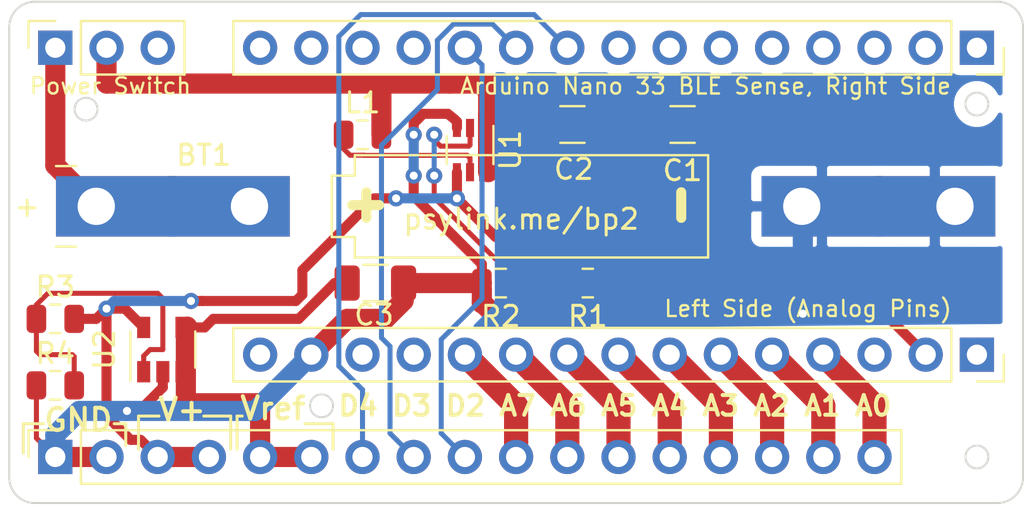
<source format=kicad_pcb>
(kicad_pcb (version 20171130) (host pcbnew 5.1.5+dfsg1-2build2)

  (general
    (thickness 1.6)
    (drawings 35)
    (tracks 187)
    (zones 0)
    (modules 15)
    (nets 37)
  )

  (page A4)
  (layers
    (0 F.Cu signal)
    (31 B.Cu signal)
    (32 B.Adhes user)
    (33 F.Adhes user)
    (34 B.Paste user)
    (35 F.Paste user)
    (36 B.SilkS user)
    (37 F.SilkS user)
    (38 B.Mask user)
    (39 F.Mask user)
    (40 Dwgs.User user)
    (41 Cmts.User user)
    (42 Eco1.User user)
    (43 Eco2.User user)
    (44 Edge.Cuts user)
    (45 Margin user)
    (46 B.CrtYd user)
    (47 F.CrtYd user)
    (48 B.Fab user)
    (49 F.Fab user)
  )

  (setup
    (last_trace_width 0.5)
    (user_trace_width 0.5)
    (user_trace_width 0.8)
    (user_trace_width 1)
    (trace_clearance 0.2)
    (zone_clearance 0.508)
    (zone_45_only no)
    (trace_min 0.2)
    (via_size 0.8)
    (via_drill 0.4)
    (via_min_size 0.4)
    (via_min_drill 0.3)
    (uvia_size 0.3)
    (uvia_drill 0.1)
    (uvias_allowed no)
    (uvia_min_size 0.2)
    (uvia_min_drill 0.1)
    (edge_width 0.1)
    (segment_width 0.2)
    (pcb_text_width 0.3)
    (pcb_text_size 1.5 1.5)
    (mod_edge_width 0.15)
    (mod_text_size 1 1)
    (mod_text_width 0.15)
    (pad_size 1 1)
    (pad_drill 1)
    (pad_to_mask_clearance 0)
    (aux_axis_origin 0 0)
    (visible_elements FFFFEF7F)
    (pcbplotparams
      (layerselection 0x010fc_ffffffff)
      (usegerberextensions false)
      (usegerberattributes false)
      (usegerberadvancedattributes false)
      (creategerberjobfile false)
      (excludeedgelayer true)
      (linewidth 0.100000)
      (plotframeref false)
      (viasonmask false)
      (mode 1)
      (useauxorigin false)
      (hpglpennumber 1)
      (hpglpenspeed 20)
      (hpglpendiameter 15.000000)
      (psnegative false)
      (psa4output false)
      (plotreference true)
      (plotvalue true)
      (plotinvisibletext false)
      (padsonsilk false)
      (subtractmaskfromsilk true)
      (outputformat 1)
      (mirror false)
      (drillshape 0)
      (scaleselection 1)
      (outputdirectory "orders/2021-06-04-0335/"))
  )

  (net 0 "")
  (net 1 /GND)
  (net 2 "Net-(BT1-Pad1)")
  (net 3 "Net-(C1-Pad2)")
  (net 4 /V+)
  (net 5 /Vref)
  (net 6 "Net-(J1-Pad1)")
  (net 7 "Net-(J1-Pad3)")
  (net 8 /A0)
  (net 9 /A1)
  (net 10 /A2)
  (net 11 /A3)
  (net 12 /A4)
  (net 13 /A5)
  (net 14 /A6)
  (net 15 /A7)
  (net 16 "Net-(J1-Pad12)")
  (net 17 "Net-(J1-Pad13)")
  (net 18 "Net-(J1-Pad15)")
  (net 19 "Net-(J2-Pad15)")
  (net 20 "Net-(J2-Pad14)")
  (net 21 "Net-(J2-Pad13)")
  (net 22 "Net-(J2-Pad12)")
  (net 23 /D2)
  (net 24 /D3)
  (net 25 /D4)
  (net 26 /D5)
  (net 27 /D6)
  (net 28 "Net-(J2-Pad6)")
  (net 29 "Net-(J2-Pad5)")
  (net 30 "Net-(J2-Pad4)")
  (net 31 "Net-(J2-Pad3)")
  (net 32 "Net-(J2-Pad2)")
  (net 33 "Net-(J2-Pad1)")
  (net 34 "Net-(L1-Pad2)")
  (net 35 "Net-(R1-Pad2)")
  (net 36 "Net-(R3-Pad2)")

  (net_class Default "This is the default net class."
    (clearance 0.2)
    (trace_width 0.25)
    (via_dia 0.8)
    (via_drill 0.4)
    (uvia_dia 0.3)
    (uvia_drill 0.1)
    (add_net /A0)
    (add_net /A1)
    (add_net /A2)
    (add_net /A3)
    (add_net /A4)
    (add_net /A5)
    (add_net /A6)
    (add_net /A7)
    (add_net /D2)
    (add_net /D3)
    (add_net /D4)
    (add_net /D5)
    (add_net /D6)
    (add_net /GND)
    (add_net /V+)
    (add_net /Vref)
    (add_net "Net-(BT1-Pad1)")
    (add_net "Net-(C1-Pad2)")
    (add_net "Net-(J1-Pad1)")
    (add_net "Net-(J1-Pad12)")
    (add_net "Net-(J1-Pad13)")
    (add_net "Net-(J1-Pad15)")
    (add_net "Net-(J1-Pad3)")
    (add_net "Net-(J2-Pad1)")
    (add_net "Net-(J2-Pad12)")
    (add_net "Net-(J2-Pad13)")
    (add_net "Net-(J2-Pad14)")
    (add_net "Net-(J2-Pad15)")
    (add_net "Net-(J2-Pad2)")
    (add_net "Net-(J2-Pad3)")
    (add_net "Net-(J2-Pad4)")
    (add_net "Net-(J2-Pad5)")
    (add_net "Net-(J2-Pad6)")
    (add_net "Net-(L1-Pad2)")
    (add_net "Net-(R1-Pad2)")
    (add_net "Net-(R3-Pad2)")
  )

  (module PsyLinkFootprints:BatteryHolder_Keystone_82_1xAAA (layer F.Cu) (tedit 60B956F1) (tstamp 60BA5F48)
    (at 27.432 33.274)
    (descr "1xAAA Battery Holder, Keystone, Two snap-in clips, https://eu.mouser.com/ProductDetail/Keystone-Electronics/82")
    (tags "AAA battery holder Keystone")
    (path /60BF138E)
    (fp_text reference BT1 (at 5.334 -2.54 180) (layer F.SilkS)
      (effects (font (size 1 1) (thickness 0.15)))
    )
    (fp_text value 1.2V (at 20.955 0) (layer F.Fab)
      (effects (font (size 0.9 0.9) (thickness 0.15)))
    )
    (fp_line (start 12.827 1.524) (end 12.827 2.54) (layer F.SilkS) (width 0.12))
    (fp_line (start 12.827 -1.524) (end 12.827 -2.54) (layer F.SilkS) (width 0.12))
    (fp_line (start 11.684 -1.524) (end 12.827 -1.524) (layer F.SilkS) (width 0.12))
    (fp_line (start 11.684 1.524) (end 12.827 1.524) (layer F.SilkS) (width 0.12))
    (fp_line (start 11.684 -1.524) (end 11.684 1.524) (layer F.SilkS) (width 0.12))
    (fp_line (start 30.353 -2.54) (end 12.827 -2.54) (layer F.SilkS) (width 0.12))
    (fp_line (start 30.353 2.54) (end 30.353 -2.54) (layer F.SilkS) (width 0.12))
    (fp_line (start 12.827 2.54) (end 30.353 2.54) (layer F.SilkS) (width 0.12))
    (fp_line (start 45.2 -3.8) (end 45.2 3.8) (layer B.CrtYd) (width 0.05))
    (fp_line (start 32.4 -3.8) (end 32.4 3.8) (layer B.CrtYd) (width 0.05))
    (fp_line (start 10.2 -3.8) (end 10.2 3.8) (layer B.CrtYd) (width 0.05))
    (fp_line (start -2.6 -3.8) (end -2.6 3.8) (layer B.CrtYd) (width 0.05))
    (fp_text user + (at -3.429 0) (layer F.SilkS)
      (effects (font (size 1 1) (thickness 0.15)))
    )
    (fp_text user %R (at 7.62 0) (layer F.Fab)
      (effects (font (size 1 1) (thickness 0.15)))
    )
    (fp_line (start -2 -2) (end -1 -2) (layer F.SilkS) (width 0.12))
    (fp_line (start -1 2) (end -2 2) (layer F.SilkS) (width 0.12))
    (fp_line (start -2.6 -3.8) (end 45.2 -3.8) (layer B.CrtYd) (width 0.05))
    (fp_text user %R (at 7.62 0) (layer F.Fab)
      (effects (font (size 1 1) (thickness 0.15)))
    )
    (fp_line (start -2.6 3.8) (end 45.2 3.8) (layer B.CrtYd) (width 0.05))
    (pad 1 thru_hole rect (at 0 0) (size 6 3) (drill 1.85 (offset 1 0)) (layers *.Cu *.Mask)
      (net 2 "Net-(BT1-Pad1)"))
    (pad 2 thru_hole rect (at 42.6 0) (size 6 3) (drill 1.85 (offset -1 0)) (layers *.Cu *.Mask)
      (net 1 /GND))
    (pad 1 thru_hole rect (at 7.6 0) (size 6 3) (drill 1.85 (offset -1 0)) (layers *.Cu *.Mask)
      (net 2 "Net-(BT1-Pad1)"))
    (pad 2 thru_hole rect (at 35 0) (size 6 3) (drill 1.85 (offset 1 0)) (layers *.Cu *.Mask)
      (net 1 /GND))
  )

  (module Connector_PinSocket_2.54mm:PinSocket_1x15_P2.54mm_Vertical (layer F.Cu) (tedit 5A19A41D) (tstamp 60B9831B)
    (at 71.12 25.4 270)
    (descr "Through hole straight socket strip, 1x15, 2.54mm pitch, single row (from Kicad 4.0.7), script generated")
    (tags "Through hole socket strip THT 1x15 2.54mm single row")
    (path /60C041A0)
    (fp_text reference J2 (at 0 -2.77 90) (layer F.SilkS) hide
      (effects (font (size 1 1) (thickness 0.15)))
    )
    (fp_text value "Arduino Right Pin Strip" (at -1.524 17.8435 180) (layer F.Fab)
      (effects (font (size 1 1) (thickness 0.15)))
    )
    (fp_text user %R (at 0 17.78) (layer F.Fab)
      (effects (font (size 1 1) (thickness 0.15)))
    )
    (fp_line (start -1.8 37.3) (end -1.8 -1.8) (layer F.CrtYd) (width 0.05))
    (fp_line (start 1.75 37.3) (end -1.8 37.3) (layer F.CrtYd) (width 0.05))
    (fp_line (start 1.75 -1.8) (end 1.75 37.3) (layer F.CrtYd) (width 0.05))
    (fp_line (start -1.8 -1.8) (end 1.75 -1.8) (layer F.CrtYd) (width 0.05))
    (fp_line (start 0 -1.33) (end 1.33 -1.33) (layer F.SilkS) (width 0.12))
    (fp_line (start 1.33 -1.33) (end 1.33 0) (layer F.SilkS) (width 0.12))
    (fp_line (start 1.33 1.27) (end 1.33 36.89) (layer F.SilkS) (width 0.12))
    (fp_line (start -1.33 36.89) (end 1.33 36.89) (layer F.SilkS) (width 0.12))
    (fp_line (start -1.33 1.27) (end -1.33 36.89) (layer F.SilkS) (width 0.12))
    (fp_line (start -1.33 1.27) (end 1.33 1.27) (layer F.SilkS) (width 0.12))
    (fp_line (start -1.27 36.83) (end -1.27 -1.27) (layer F.Fab) (width 0.1))
    (fp_line (start 1.27 36.83) (end -1.27 36.83) (layer F.Fab) (width 0.1))
    (fp_line (start 1.27 -0.635) (end 1.27 36.83) (layer F.Fab) (width 0.1))
    (fp_line (start 0.635 -1.27) (end 1.27 -0.635) (layer F.Fab) (width 0.1))
    (fp_line (start -1.27 -1.27) (end 0.635 -1.27) (layer F.Fab) (width 0.1))
    (pad 15 thru_hole oval (at 0 35.56 270) (size 1.7 1.7) (drill 1) (layers *.Cu *.Mask)
      (net 19 "Net-(J2-Pad15)"))
    (pad 14 thru_hole oval (at 0 33.02 270) (size 1.7 1.7) (drill 1) (layers *.Cu *.Mask)
      (net 20 "Net-(J2-Pad14)"))
    (pad 13 thru_hole oval (at 0 30.48 270) (size 1.7 1.7) (drill 1) (layers *.Cu *.Mask)
      (net 21 "Net-(J2-Pad13)"))
    (pad 12 thru_hole oval (at 0 27.94 270) (size 1.7 1.7) (drill 1) (layers *.Cu *.Mask)
      (net 22 "Net-(J2-Pad12)"))
    (pad 11 thru_hole oval (at 0 25.4 270) (size 1.7 1.7) (drill 1) (layers *.Cu *.Mask)
      (net 23 /D2))
    (pad 10 thru_hole oval (at 0 22.86 270) (size 1.7 1.7) (drill 1) (layers *.Cu *.Mask)
      (net 24 /D3))
    (pad 9 thru_hole oval (at 0 20.32 270) (size 1.7 1.7) (drill 1) (layers *.Cu *.Mask)
      (net 25 /D4))
    (pad 8 thru_hole oval (at 0 17.78 270) (size 1.7 1.7) (drill 1) (layers *.Cu *.Mask)
      (net 26 /D5))
    (pad 7 thru_hole oval (at 0 15.24 270) (size 1.7 1.7) (drill 1) (layers *.Cu *.Mask)
      (net 27 /D6))
    (pad 6 thru_hole oval (at 0 12.7 270) (size 1.7 1.7) (drill 1) (layers *.Cu *.Mask)
      (net 28 "Net-(J2-Pad6)"))
    (pad 5 thru_hole oval (at 0 10.16 270) (size 1.7 1.7) (drill 1) (layers *.Cu *.Mask)
      (net 29 "Net-(J2-Pad5)"))
    (pad 4 thru_hole oval (at 0 7.62 270) (size 1.7 1.7) (drill 1) (layers *.Cu *.Mask)
      (net 30 "Net-(J2-Pad4)"))
    (pad 3 thru_hole oval (at 0 5.08 270) (size 1.7 1.7) (drill 1) (layers *.Cu *.Mask)
      (net 31 "Net-(J2-Pad3)"))
    (pad 2 thru_hole oval (at 0 2.54 270) (size 1.7 1.7) (drill 1) (layers *.Cu *.Mask)
      (net 32 "Net-(J2-Pad2)"))
    (pad 1 thru_hole rect (at 0 0 270) (size 1.7 1.7) (drill 1) (layers *.Cu *.Mask)
      (net 33 "Net-(J2-Pad1)"))
    (model ${KISYS3DMOD}/Connector_PinSocket_2.54mm.3dshapes/PinSocket_1x15_P2.54mm_Vertical.wrl
      (at (xyz 0 0 0))
      (scale (xyz 1 1 1))
      (rotate (xyz 0 0 0))
    )
  )

  (module Capacitor_SMD:C_1206_3216Metric (layer F.Cu) (tedit 5B301BBE) (tstamp 60B97629)
    (at 56.518 29.21)
    (descr "Capacitor SMD 1206 (3216 Metric), square (rectangular) end terminal, IPC_7351 nominal, (Body size source: http://www.tortai-tech.com/upload/download/2011102023233369053.pdf), generated with kicad-footprint-generator")
    (tags capacitor)
    (path /60CBE5F6)
    (attr smd)
    (fp_text reference C1 (at -0.003 2.286) (layer F.SilkS)
      (effects (font (size 1 1) (thickness 0.15)))
    )
    (fp_text value 10uF (at 0 1.82) (layer F.Fab)
      (effects (font (size 1 1) (thickness 0.15)))
    )
    (fp_text user %R (at 0 0) (layer F.Fab)
      (effects (font (size 0.8 0.8) (thickness 0.12)))
    )
    (fp_line (start 2.28 1.12) (end -2.28 1.12) (layer F.CrtYd) (width 0.05))
    (fp_line (start 2.28 -1.12) (end 2.28 1.12) (layer F.CrtYd) (width 0.05))
    (fp_line (start -2.28 -1.12) (end 2.28 -1.12) (layer F.CrtYd) (width 0.05))
    (fp_line (start -2.28 1.12) (end -2.28 -1.12) (layer F.CrtYd) (width 0.05))
    (fp_line (start -0.602064 0.91) (end 0.602064 0.91) (layer F.SilkS) (width 0.12))
    (fp_line (start -0.602064 -0.91) (end 0.602064 -0.91) (layer F.SilkS) (width 0.12))
    (fp_line (start 1.6 0.8) (end -1.6 0.8) (layer F.Fab) (width 0.1))
    (fp_line (start 1.6 -0.8) (end 1.6 0.8) (layer F.Fab) (width 0.1))
    (fp_line (start -1.6 -0.8) (end 1.6 -0.8) (layer F.Fab) (width 0.1))
    (fp_line (start -1.6 0.8) (end -1.6 -0.8) (layer F.Fab) (width 0.1))
    (pad 2 smd roundrect (at 1.4 0) (size 1.25 1.75) (layers F.Cu F.Paste F.Mask) (roundrect_rratio 0.2)
      (net 3 "Net-(C1-Pad2)"))
    (pad 1 smd roundrect (at -1.4 0) (size 1.25 1.75) (layers F.Cu F.Paste F.Mask) (roundrect_rratio 0.2)
      (net 1 /GND))
    (model ${KISYS3DMOD}/Capacitor_SMD.3dshapes/C_1206_3216Metric.wrl
      (at (xyz 0 0 0))
      (scale (xyz 1 1 1))
      (rotate (xyz 0 0 0))
    )
  )

  (module Capacitor_SMD:C_1206_3216Metric (layer F.Cu) (tedit 5B301BBE) (tstamp 60B95F5E)
    (at 51.054 29.21)
    (descr "Capacitor SMD 1206 (3216 Metric), square (rectangular) end terminal, IPC_7351 nominal, (Body size source: http://www.tortai-tech.com/upload/download/2011102023233369053.pdf), generated with kicad-footprint-generator")
    (tags capacitor)
    (path /60CBD3AB)
    (attr smd)
    (fp_text reference C2 (at 0.0635 2.2225) (layer F.SilkS)
      (effects (font (size 1 1) (thickness 0.15)))
    )
    (fp_text value 10uF (at 0 1.82) (layer F.Fab)
      (effects (font (size 1 1) (thickness 0.15)))
    )
    (fp_line (start -1.6 0.8) (end -1.6 -0.8) (layer F.Fab) (width 0.1))
    (fp_line (start -1.6 -0.8) (end 1.6 -0.8) (layer F.Fab) (width 0.1))
    (fp_line (start 1.6 -0.8) (end 1.6 0.8) (layer F.Fab) (width 0.1))
    (fp_line (start 1.6 0.8) (end -1.6 0.8) (layer F.Fab) (width 0.1))
    (fp_line (start -0.602064 -0.91) (end 0.602064 -0.91) (layer F.SilkS) (width 0.12))
    (fp_line (start -0.602064 0.91) (end 0.602064 0.91) (layer F.SilkS) (width 0.12))
    (fp_line (start -2.28 1.12) (end -2.28 -1.12) (layer F.CrtYd) (width 0.05))
    (fp_line (start -2.28 -1.12) (end 2.28 -1.12) (layer F.CrtYd) (width 0.05))
    (fp_line (start 2.28 -1.12) (end 2.28 1.12) (layer F.CrtYd) (width 0.05))
    (fp_line (start 2.28 1.12) (end -2.28 1.12) (layer F.CrtYd) (width 0.05))
    (fp_text user %R (at 0 0) (layer F.Fab)
      (effects (font (size 0.8 0.8) (thickness 0.12)))
    )
    (pad 1 smd roundrect (at -1.4 0) (size 1.25 1.75) (layers F.Cu F.Paste F.Mask) (roundrect_rratio 0.2)
      (net 4 /V+))
    (pad 2 smd roundrect (at 1.4 0) (size 1.25 1.75) (layers F.Cu F.Paste F.Mask) (roundrect_rratio 0.2)
      (net 1 /GND))
    (model ${KISYS3DMOD}/Capacitor_SMD.3dshapes/C_1206_3216Metric.wrl
      (at (xyz 0 0 0))
      (scale (xyz 1 1 1))
      (rotate (xyz 0 0 0))
    )
  )

  (module Capacitor_SMD:C_1206_3216Metric (layer F.Cu) (tedit 5B301BBE) (tstamp 60BA6B21)
    (at 41.278 37.084)
    (descr "Capacitor SMD 1206 (3216 Metric), square (rectangular) end terminal, IPC_7351 nominal, (Body size source: http://www.tortai-tech.com/upload/download/2011102023233369053.pdf), generated with kicad-footprint-generator")
    (tags capacitor)
    (path /60BC536C)
    (attr smd)
    (fp_text reference C3 (at -0.0665 1.5875) (layer F.SilkS)
      (effects (font (size 1 1) (thickness 0.15)))
    )
    (fp_text value 10uF (at 0 1.82) (layer F.Fab)
      (effects (font (size 1 1) (thickness 0.15)))
    )
    (fp_line (start -1.6 0.8) (end -1.6 -0.8) (layer F.Fab) (width 0.1))
    (fp_line (start -1.6 -0.8) (end 1.6 -0.8) (layer F.Fab) (width 0.1))
    (fp_line (start 1.6 -0.8) (end 1.6 0.8) (layer F.Fab) (width 0.1))
    (fp_line (start 1.6 0.8) (end -1.6 0.8) (layer F.Fab) (width 0.1))
    (fp_line (start -0.602064 -0.91) (end 0.602064 -0.91) (layer F.SilkS) (width 0.12))
    (fp_line (start -0.602064 0.91) (end 0.602064 0.91) (layer F.SilkS) (width 0.12))
    (fp_line (start -2.28 1.12) (end -2.28 -1.12) (layer F.CrtYd) (width 0.05))
    (fp_line (start -2.28 -1.12) (end 2.28 -1.12) (layer F.CrtYd) (width 0.05))
    (fp_line (start 2.28 -1.12) (end 2.28 1.12) (layer F.CrtYd) (width 0.05))
    (fp_line (start 2.28 1.12) (end -2.28 1.12) (layer F.CrtYd) (width 0.05))
    (fp_text user %R (at 0 0) (layer F.Fab)
      (effects (font (size 0.8 0.8) (thickness 0.12)))
    )
    (pad 1 smd roundrect (at -1.4 0) (size 1.25 1.75) (layers F.Cu F.Paste F.Mask) (roundrect_rratio 0.2)
      (net 5 /Vref))
    (pad 2 smd roundrect (at 1.4 0) (size 1.25 1.75) (layers F.Cu F.Paste F.Mask) (roundrect_rratio 0.2)
      (net 1 /GND))
    (model ${KISYS3DMOD}/Capacitor_SMD.3dshapes/C_1206_3216Metric.wrl
      (at (xyz 0 0 0))
      (scale (xyz 1 1 1))
      (rotate (xyz 0 0 0))
    )
  )

  (module Connector_PinSocket_2.54mm:PinSocket_1x15_P2.54mm_Vertical (layer F.Cu) (tedit 5A19A41D) (tstamp 60B9843E)
    (at 71.12 40.64 270)
    (descr "Through hole straight socket strip, 1x15, 2.54mm pitch, single row (from Kicad 4.0.7), script generated")
    (tags "Through hole socket strip THT 1x15 2.54mm single row")
    (path /60BC79E1)
    (fp_text reference J1 (at 0 -2.77 90) (layer F.SilkS) hide
      (effects (font (size 1 1) (thickness 0.15)))
    )
    (fp_text value "Arduino Left Pin Strip" (at 0 38.33 90) (layer F.Fab)
      (effects (font (size 1 1) (thickness 0.15)))
    )
    (fp_line (start -1.27 -1.27) (end 0.635 -1.27) (layer F.Fab) (width 0.1))
    (fp_line (start 0.635 -1.27) (end 1.27 -0.635) (layer F.Fab) (width 0.1))
    (fp_line (start 1.27 -0.635) (end 1.27 36.83) (layer F.Fab) (width 0.1))
    (fp_line (start 1.27 36.83) (end -1.27 36.83) (layer F.Fab) (width 0.1))
    (fp_line (start -1.27 36.83) (end -1.27 -1.27) (layer F.Fab) (width 0.1))
    (fp_line (start -1.33 1.27) (end 1.33 1.27) (layer F.SilkS) (width 0.12))
    (fp_line (start -1.33 1.27) (end -1.33 36.89) (layer F.SilkS) (width 0.12))
    (fp_line (start -1.33 36.89) (end 1.33 36.89) (layer F.SilkS) (width 0.12))
    (fp_line (start 1.33 1.27) (end 1.33 36.89) (layer F.SilkS) (width 0.12))
    (fp_line (start 1.33 -1.33) (end 1.33 0) (layer F.SilkS) (width 0.12))
    (fp_line (start 0 -1.33) (end 1.33 -1.33) (layer F.SilkS) (width 0.12))
    (fp_line (start -1.8 -1.8) (end 1.75 -1.8) (layer F.CrtYd) (width 0.05))
    (fp_line (start 1.75 -1.8) (end 1.75 37.3) (layer F.CrtYd) (width 0.05))
    (fp_line (start 1.75 37.3) (end -1.8 37.3) (layer F.CrtYd) (width 0.05))
    (fp_line (start -1.8 37.3) (end -1.8 -1.8) (layer F.CrtYd) (width 0.05))
    (fp_text user %R (at 0 17.78) (layer F.Fab)
      (effects (font (size 1 1) (thickness 0.15)))
    )
    (pad 1 thru_hole rect (at 0 0 270) (size 1.7 1.7) (drill 1) (layers *.Cu *.Mask)
      (net 6 "Net-(J1-Pad1)"))
    (pad 2 thru_hole oval (at 0 2.54 270) (size 1.7 1.7) (drill 1) (layers *.Cu *.Mask)
      (net 4 /V+))
    (pad 3 thru_hole oval (at 0 5.08 270) (size 1.7 1.7) (drill 1) (layers *.Cu *.Mask)
      (net 7 "Net-(J1-Pad3)"))
    (pad 4 thru_hole oval (at 0 7.62 270) (size 1.7 1.7) (drill 1) (layers *.Cu *.Mask)
      (net 8 /A0))
    (pad 5 thru_hole oval (at 0 10.16 270) (size 1.7 1.7) (drill 1) (layers *.Cu *.Mask)
      (net 9 /A1))
    (pad 6 thru_hole oval (at 0 12.7 270) (size 1.7 1.7) (drill 1) (layers *.Cu *.Mask)
      (net 10 /A2))
    (pad 7 thru_hole oval (at 0 15.24 270) (size 1.7 1.7) (drill 1) (layers *.Cu *.Mask)
      (net 11 /A3))
    (pad 8 thru_hole oval (at 0 17.78 270) (size 1.7 1.7) (drill 1) (layers *.Cu *.Mask)
      (net 12 /A4))
    (pad 9 thru_hole oval (at 0 20.32 270) (size 1.7 1.7) (drill 1) (layers *.Cu *.Mask)
      (net 13 /A5))
    (pad 10 thru_hole oval (at 0 22.86 270) (size 1.7 1.7) (drill 1) (layers *.Cu *.Mask)
      (net 14 /A6))
    (pad 11 thru_hole oval (at 0 25.4 270) (size 1.7 1.7) (drill 1) (layers *.Cu *.Mask)
      (net 15 /A7))
    (pad 12 thru_hole oval (at 0 27.94 270) (size 1.7 1.7) (drill 1) (layers *.Cu *.Mask)
      (net 16 "Net-(J1-Pad12)"))
    (pad 13 thru_hole oval (at 0 30.48 270) (size 1.7 1.7) (drill 1) (layers *.Cu *.Mask)
      (net 17 "Net-(J1-Pad13)"))
    (pad 14 thru_hole oval (at 0 33.02 270) (size 1.7 1.7) (drill 1) (layers *.Cu *.Mask)
      (net 1 /GND))
    (pad 15 thru_hole oval (at 0 35.56 270) (size 1.7 1.7) (drill 1) (layers *.Cu *.Mask)
      (net 18 "Net-(J1-Pad15)"))
    (model ${KISYS3DMOD}/Connector_PinSocket_2.54mm.3dshapes/PinSocket_1x15_P2.54mm_Vertical.wrl
      (at (xyz 0 0 0))
      (scale (xyz 1 1 1))
      (rotate (xyz 0 0 0))
    )
  )

  (module Connector_PinSocket_2.54mm:PinSocket_1x17_P2.54mm_Vertical (layer F.Cu) (tedit 5A19A42B) (tstamp 60B983D4)
    (at 25.4 45.72 90)
    (descr "Through hole straight socket strip, 1x17, 2.54mm pitch, single row (from Kicad 4.0.7), script generated")
    (tags "Through hole socket strip THT 1x17 2.54mm single row")
    (path /60D14FD7)
    (fp_text reference J3 (at 0 -2.77 90) (layer F.SilkS) hide
      (effects (font (size 1 1) (thickness 0.15)))
    )
    (fp_text value "Output Pin Strip" (at -1.4605 19.2405 180) (layer F.Fab)
      (effects (font (size 1 1) (thickness 0.15)))
    )
    (fp_line (start -1.27 -1.27) (end 0.635 -1.27) (layer F.Fab) (width 0.1))
    (fp_line (start 0.635 -1.27) (end 1.27 -0.635) (layer F.Fab) (width 0.1))
    (fp_line (start 1.27 -0.635) (end 1.27 41.91) (layer F.Fab) (width 0.1))
    (fp_line (start 1.27 41.91) (end -1.27 41.91) (layer F.Fab) (width 0.1))
    (fp_line (start -1.27 41.91) (end -1.27 -1.27) (layer F.Fab) (width 0.1))
    (fp_line (start -1.33 1.27) (end 1.33 1.27) (layer F.SilkS) (width 0.12))
    (fp_line (start -1.33 1.27) (end -1.33 41.97) (layer F.SilkS) (width 0.12))
    (fp_line (start -1.33 41.97) (end 1.33 41.97) (layer F.SilkS) (width 0.12))
    (fp_line (start 1.33 1.27) (end 1.33 41.97) (layer F.SilkS) (width 0.12))
    (fp_line (start 1.33 -1.33) (end 1.33 0) (layer F.SilkS) (width 0.12))
    (fp_line (start 0 -1.33) (end 1.33 -1.33) (layer F.SilkS) (width 0.12))
    (fp_line (start -1.8 -1.8) (end 1.75 -1.8) (layer F.CrtYd) (width 0.05))
    (fp_line (start 1.75 -1.8) (end 1.75 42.4) (layer F.CrtYd) (width 0.05))
    (fp_line (start 1.75 42.4) (end -1.8 42.4) (layer F.CrtYd) (width 0.05))
    (fp_line (start -1.8 42.4) (end -1.8 -1.8) (layer F.CrtYd) (width 0.05))
    (fp_text user %R (at 0 20.32) (layer F.Fab)
      (effects (font (size 1 1) (thickness 0.15)))
    )
    (pad 1 thru_hole rect (at 0 0 90) (size 1.7 1.7) (drill 1) (layers *.Cu *.Mask)
      (net 1 /GND))
    (pad 2 thru_hole oval (at 0 2.54 90) (size 1.7 1.7) (drill 1) (layers *.Cu *.Mask)
      (net 1 /GND))
    (pad 3 thru_hole oval (at 0 5.08 90) (size 1.7 1.7) (drill 1) (layers *.Cu *.Mask)
      (net 4 /V+))
    (pad 4 thru_hole oval (at 0 7.62 90) (size 1.7 1.7) (drill 1) (layers *.Cu *.Mask)
      (net 4 /V+))
    (pad 5 thru_hole oval (at 0 10.16 90) (size 1.7 1.7) (drill 1) (layers *.Cu *.Mask)
      (net 5 /Vref))
    (pad 6 thru_hole oval (at 0 12.7 90) (size 1.7 1.7) (drill 1) (layers *.Cu *.Mask)
      (net 5 /Vref))
    (pad 7 thru_hole oval (at 0 15.24 90) (size 1.7 1.7) (drill 1) (layers *.Cu *.Mask)
      (net 25 /D4))
    (pad 8 thru_hole oval (at 0 17.78 90) (size 1.7 1.7) (drill 1) (layers *.Cu *.Mask)
      (net 24 /D3))
    (pad 9 thru_hole oval (at 0 20.32 90) (size 1.7 1.7) (drill 1) (layers *.Cu *.Mask)
      (net 23 /D2))
    (pad 10 thru_hole oval (at 0 22.86 90) (size 1.7 1.7) (drill 1) (layers *.Cu *.Mask)
      (net 15 /A7))
    (pad 11 thru_hole oval (at 0 25.4 90) (size 1.7 1.7) (drill 1) (layers *.Cu *.Mask)
      (net 14 /A6))
    (pad 12 thru_hole oval (at 0 27.94 90) (size 1.7 1.7) (drill 1) (layers *.Cu *.Mask)
      (net 13 /A5))
    (pad 13 thru_hole oval (at 0 30.48 90) (size 1.7 1.7) (drill 1) (layers *.Cu *.Mask)
      (net 12 /A4))
    (pad 14 thru_hole oval (at 0 33.02 90) (size 1.7 1.7) (drill 1) (layers *.Cu *.Mask)
      (net 11 /A3))
    (pad 15 thru_hole oval (at 0 35.56 90) (size 1.7 1.7) (drill 1) (layers *.Cu *.Mask)
      (net 10 /A2))
    (pad 16 thru_hole oval (at 0 38.1 90) (size 1.7 1.7) (drill 1) (layers *.Cu *.Mask)
      (net 9 /A1))
    (pad 17 thru_hole oval (at 0 40.64 90) (size 1.7 1.7) (drill 1) (layers *.Cu *.Mask)
      (net 8 /A0))
    (model ${KISYS3DMOD}/Connector_PinSocket_2.54mm.3dshapes/PinSocket_1x17_P2.54mm_Vertical.wrl
      (at (xyz 0 0 0))
      (scale (xyz 1 1 1))
      (rotate (xyz 0 0 0))
    )
  )

  (module Inductor_SMD:L_0805_2012Metric (layer F.Cu) (tedit 5B36C52B) (tstamp 60B95FEB)
    (at 40.64 29.718 180)
    (descr "Inductor SMD 0805 (2012 Metric), square (rectangular) end terminal, IPC_7351 nominal, (Body size source: https://docs.google.com/spreadsheets/d/1BsfQQcO9C6DZCsRaXUlFlo91Tg2WpOkGARC1WS5S8t0/edit?usp=sharing), generated with kicad-footprint-generator")
    (tags inductor)
    (path /60C00857)
    (attr smd)
    (fp_text reference L1 (at 0 1.5875) (layer F.SilkS)
      (effects (font (size 1 1) (thickness 0.15)))
    )
    (fp_text value 4.7uH (at 0 1.65) (layer F.Fab)
      (effects (font (size 1 1) (thickness 0.15)))
    )
    (fp_line (start -1 0.6) (end -1 -0.6) (layer F.Fab) (width 0.1))
    (fp_line (start -1 -0.6) (end 1 -0.6) (layer F.Fab) (width 0.1))
    (fp_line (start 1 -0.6) (end 1 0.6) (layer F.Fab) (width 0.1))
    (fp_line (start 1 0.6) (end -1 0.6) (layer F.Fab) (width 0.1))
    (fp_line (start -0.258578 -0.71) (end 0.258578 -0.71) (layer F.SilkS) (width 0.12))
    (fp_line (start -0.258578 0.71) (end 0.258578 0.71) (layer F.SilkS) (width 0.12))
    (fp_line (start -1.68 0.95) (end -1.68 -0.95) (layer F.CrtYd) (width 0.05))
    (fp_line (start -1.68 -0.95) (end 1.68 -0.95) (layer F.CrtYd) (width 0.05))
    (fp_line (start 1.68 -0.95) (end 1.68 0.95) (layer F.CrtYd) (width 0.05))
    (fp_line (start 1.68 0.95) (end -1.68 0.95) (layer F.CrtYd) (width 0.05))
    (fp_text user %R (at 0 0) (layer F.Fab)
      (effects (font (size 0.5 0.5) (thickness 0.08)))
    )
    (pad 1 smd roundrect (at -0.9375 0 180) (size 0.975 1.4) (layers F.Cu F.Paste F.Mask) (roundrect_rratio 0.25)
      (net 3 "Net-(C1-Pad2)"))
    (pad 2 smd roundrect (at 0.9375 0 180) (size 0.975 1.4) (layers F.Cu F.Paste F.Mask) (roundrect_rratio 0.25)
      (net 34 "Net-(L1-Pad2)"))
    (model ${KISYS3DMOD}/Inductor_SMD.3dshapes/L_0805_2012Metric.wrl
      (at (xyz 0 0 0))
      (scale (xyz 1 1 1))
      (rotate (xyz 0 0 0))
    )
  )

  (module Resistor_SMD:R_0805_2012Metric (layer F.Cu) (tedit 5B36C52B) (tstamp 60B95FFC)
    (at 51.816 37.084 180)
    (descr "Resistor SMD 0805 (2012 Metric), square (rectangular) end terminal, IPC_7351 nominal, (Body size source: https://docs.google.com/spreadsheets/d/1BsfQQcO9C6DZCsRaXUlFlo91Tg2WpOkGARC1WS5S8t0/edit?usp=sharing), generated with kicad-footprint-generator")
    (tags resistor)
    (path /60C054D1)
    (attr smd)
    (fp_text reference R1 (at 0 -1.65) (layer F.SilkS)
      (effects (font (size 1 1) (thickness 0.15)))
    )
    (fp_text value 1M/1% (at 0 1.65) (layer F.Fab)
      (effects (font (size 1 1) (thickness 0.15)))
    )
    (fp_line (start -1 0.6) (end -1 -0.6) (layer F.Fab) (width 0.1))
    (fp_line (start -1 -0.6) (end 1 -0.6) (layer F.Fab) (width 0.1))
    (fp_line (start 1 -0.6) (end 1 0.6) (layer F.Fab) (width 0.1))
    (fp_line (start 1 0.6) (end -1 0.6) (layer F.Fab) (width 0.1))
    (fp_line (start -0.258578 -0.71) (end 0.258578 -0.71) (layer F.SilkS) (width 0.12))
    (fp_line (start -0.258578 0.71) (end 0.258578 0.71) (layer F.SilkS) (width 0.12))
    (fp_line (start -1.68 0.95) (end -1.68 -0.95) (layer F.CrtYd) (width 0.05))
    (fp_line (start -1.68 -0.95) (end 1.68 -0.95) (layer F.CrtYd) (width 0.05))
    (fp_line (start 1.68 -0.95) (end 1.68 0.95) (layer F.CrtYd) (width 0.05))
    (fp_line (start 1.68 0.95) (end -1.68 0.95) (layer F.CrtYd) (width 0.05))
    (fp_text user %R (at 0 0) (layer F.Fab)
      (effects (font (size 0.5 0.5) (thickness 0.08)))
    )
    (pad 1 smd roundrect (at -0.9375 0 180) (size 0.975 1.4) (layers F.Cu F.Paste F.Mask) (roundrect_rratio 0.25)
      (net 4 /V+))
    (pad 2 smd roundrect (at 0.9375 0 180) (size 0.975 1.4) (layers F.Cu F.Paste F.Mask) (roundrect_rratio 0.25)
      (net 35 "Net-(R1-Pad2)"))
    (model ${KISYS3DMOD}/Resistor_SMD.3dshapes/R_0805_2012Metric.wrl
      (at (xyz 0 0 0))
      (scale (xyz 1 1 1))
      (rotate (xyz 0 0 0))
    )
  )

  (module Resistor_SMD:R_0805_2012Metric (layer F.Cu) (tedit 5B36C52B) (tstamp 60B9600D)
    (at 47.498 37.084 180)
    (descr "Resistor SMD 0805 (2012 Metric), square (rectangular) end terminal, IPC_7351 nominal, (Body size source: https://docs.google.com/spreadsheets/d/1BsfQQcO9C6DZCsRaXUlFlo91Tg2WpOkGARC1WS5S8t0/edit?usp=sharing), generated with kicad-footprint-generator")
    (tags resistor)
    (path /60C0938B)
    (attr smd)
    (fp_text reference R2 (at 0 -1.65) (layer F.SilkS)
      (effects (font (size 1 1) (thickness 0.15)))
    )
    (fp_text value 110K/1% (at 0 1.65) (layer F.Fab)
      (effects (font (size 1 1) (thickness 0.15)))
    )
    (fp_text user %R (at 0 0) (layer F.Fab)
      (effects (font (size 0.5 0.5) (thickness 0.08)))
    )
    (fp_line (start 1.68 0.95) (end -1.68 0.95) (layer F.CrtYd) (width 0.05))
    (fp_line (start 1.68 -0.95) (end 1.68 0.95) (layer F.CrtYd) (width 0.05))
    (fp_line (start -1.68 -0.95) (end 1.68 -0.95) (layer F.CrtYd) (width 0.05))
    (fp_line (start -1.68 0.95) (end -1.68 -0.95) (layer F.CrtYd) (width 0.05))
    (fp_line (start -0.258578 0.71) (end 0.258578 0.71) (layer F.SilkS) (width 0.12))
    (fp_line (start -0.258578 -0.71) (end 0.258578 -0.71) (layer F.SilkS) (width 0.12))
    (fp_line (start 1 0.6) (end -1 0.6) (layer F.Fab) (width 0.1))
    (fp_line (start 1 -0.6) (end 1 0.6) (layer F.Fab) (width 0.1))
    (fp_line (start -1 -0.6) (end 1 -0.6) (layer F.Fab) (width 0.1))
    (fp_line (start -1 0.6) (end -1 -0.6) (layer F.Fab) (width 0.1))
    (pad 2 smd roundrect (at 0.9375 0 180) (size 0.975 1.4) (layers F.Cu F.Paste F.Mask) (roundrect_rratio 0.25)
      (net 1 /GND))
    (pad 1 smd roundrect (at -0.9375 0 180) (size 0.975 1.4) (layers F.Cu F.Paste F.Mask) (roundrect_rratio 0.25)
      (net 35 "Net-(R1-Pad2)"))
    (model ${KISYS3DMOD}/Resistor_SMD.3dshapes/R_0805_2012Metric.wrl
      (at (xyz 0 0 0))
      (scale (xyz 1 1 1))
      (rotate (xyz 0 0 0))
    )
  )

  (module Resistor_SMD:R_0805_2012Metric (layer F.Cu) (tedit 5B36C52B) (tstamp 60B9601E)
    (at 25.4 38.862 180)
    (descr "Resistor SMD 0805 (2012 Metric), square (rectangular) end terminal, IPC_7351 nominal, (Body size source: https://docs.google.com/spreadsheets/d/1BsfQQcO9C6DZCsRaXUlFlo91Tg2WpOkGARC1WS5S8t0/edit?usp=sharing), generated with kicad-footprint-generator")
    (tags resistor)
    (path /60ABC39C)
    (attr smd)
    (fp_text reference R3 (at 0 1.5875) (layer F.SilkS)
      (effects (font (size 1 1) (thickness 0.15)))
    )
    (fp_text value 1M/1% (at 0 1.65) (layer F.Fab)
      (effects (font (size 1 1) (thickness 0.15)))
    )
    (fp_text user %R (at 0 0) (layer F.Fab)
      (effects (font (size 0.5 0.5) (thickness 0.08)))
    )
    (fp_line (start 1.68 0.95) (end -1.68 0.95) (layer F.CrtYd) (width 0.05))
    (fp_line (start 1.68 -0.95) (end 1.68 0.95) (layer F.CrtYd) (width 0.05))
    (fp_line (start -1.68 -0.95) (end 1.68 -0.95) (layer F.CrtYd) (width 0.05))
    (fp_line (start -1.68 0.95) (end -1.68 -0.95) (layer F.CrtYd) (width 0.05))
    (fp_line (start -0.258578 0.71) (end 0.258578 0.71) (layer F.SilkS) (width 0.12))
    (fp_line (start -0.258578 -0.71) (end 0.258578 -0.71) (layer F.SilkS) (width 0.12))
    (fp_line (start 1 0.6) (end -1 0.6) (layer F.Fab) (width 0.1))
    (fp_line (start 1 -0.6) (end 1 0.6) (layer F.Fab) (width 0.1))
    (fp_line (start -1 -0.6) (end 1 -0.6) (layer F.Fab) (width 0.1))
    (fp_line (start -1 0.6) (end -1 -0.6) (layer F.Fab) (width 0.1))
    (pad 2 smd roundrect (at 0.9375 0 180) (size 0.975 1.4) (layers F.Cu F.Paste F.Mask) (roundrect_rratio 0.25)
      (net 36 "Net-(R3-Pad2)"))
    (pad 1 smd roundrect (at -0.9375 0 180) (size 0.975 1.4) (layers F.Cu F.Paste F.Mask) (roundrect_rratio 0.25)
      (net 4 /V+))
    (model ${KISYS3DMOD}/Resistor_SMD.3dshapes/R_0805_2012Metric.wrl
      (at (xyz 0 0 0))
      (scale (xyz 1 1 1))
      (rotate (xyz 0 0 0))
    )
  )

  (module Resistor_SMD:R_0805_2012Metric (layer F.Cu) (tedit 5B36C52B) (tstamp 60B9602F)
    (at 25.4 42.164 180)
    (descr "Resistor SMD 0805 (2012 Metric), square (rectangular) end terminal, IPC_7351 nominal, (Body size source: https://docs.google.com/spreadsheets/d/1BsfQQcO9C6DZCsRaXUlFlo91Tg2WpOkGARC1WS5S8t0/edit?usp=sharing), generated with kicad-footprint-generator")
    (tags resistor)
    (path /60ABC396)
    (attr smd)
    (fp_text reference R4 (at 0 1.5875) (layer F.SilkS)
      (effects (font (size 1 1) (thickness 0.15)))
    )
    (fp_text value 1M/1% (at 0 1.65) (layer F.Fab)
      (effects (font (size 1 1) (thickness 0.15)))
    )
    (fp_line (start -1 0.6) (end -1 -0.6) (layer F.Fab) (width 0.1))
    (fp_line (start -1 -0.6) (end 1 -0.6) (layer F.Fab) (width 0.1))
    (fp_line (start 1 -0.6) (end 1 0.6) (layer F.Fab) (width 0.1))
    (fp_line (start 1 0.6) (end -1 0.6) (layer F.Fab) (width 0.1))
    (fp_line (start -0.258578 -0.71) (end 0.258578 -0.71) (layer F.SilkS) (width 0.12))
    (fp_line (start -0.258578 0.71) (end 0.258578 0.71) (layer F.SilkS) (width 0.12))
    (fp_line (start -1.68 0.95) (end -1.68 -0.95) (layer F.CrtYd) (width 0.05))
    (fp_line (start -1.68 -0.95) (end 1.68 -0.95) (layer F.CrtYd) (width 0.05))
    (fp_line (start 1.68 -0.95) (end 1.68 0.95) (layer F.CrtYd) (width 0.05))
    (fp_line (start 1.68 0.95) (end -1.68 0.95) (layer F.CrtYd) (width 0.05))
    (fp_text user %R (at 0 0) (layer F.Fab)
      (effects (font (size 0.5 0.5) (thickness 0.08)))
    )
    (pad 1 smd roundrect (at -0.9375 0 180) (size 0.975 1.4) (layers F.Cu F.Paste F.Mask) (roundrect_rratio 0.25)
      (net 36 "Net-(R3-Pad2)"))
    (pad 2 smd roundrect (at 0.9375 0 180) (size 0.975 1.4) (layers F.Cu F.Paste F.Mask) (roundrect_rratio 0.25)
      (net 1 /GND))
    (model ${KISYS3DMOD}/Resistor_SMD.3dshapes/R_0805_2012Metric.wrl
      (at (xyz 0 0 0))
      (scale (xyz 1 1 1))
      (rotate (xyz 0 0 0))
    )
  )

  (module Connector_PinSocket_2.54mm:PinSocket_1x03_P2.54mm_Vertical (layer F.Cu) (tedit 5A19A429) (tstamp 60BA1757)
    (at 25.4 25.4 90)
    (descr "Through hole straight socket strip, 1x03, 2.54mm pitch, single row (from Kicad 4.0.7), script generated")
    (tags "Through hole socket strip THT 1x03 2.54mm single row")
    (path /60BF481E)
    (fp_text reference SW1 (at -3.048 -0.762 180) (layer F.SilkS) hide
      (effects (font (size 1 1) (thickness 0.15)))
    )
    (fp_text value "Power Switch" (at 1.524 3.6195 180) (layer F.Fab)
      (effects (font (size 1 1) (thickness 0.15)))
    )
    (fp_line (start -1.27 -1.27) (end 0.635 -1.27) (layer F.Fab) (width 0.1))
    (fp_line (start 0.635 -1.27) (end 1.27 -0.635) (layer F.Fab) (width 0.1))
    (fp_line (start 1.27 -0.635) (end 1.27 6.35) (layer F.Fab) (width 0.1))
    (fp_line (start 1.27 6.35) (end -1.27 6.35) (layer F.Fab) (width 0.1))
    (fp_line (start -1.27 6.35) (end -1.27 -1.27) (layer F.Fab) (width 0.1))
    (fp_line (start -1.33 1.27) (end 1.33 1.27) (layer F.SilkS) (width 0.12))
    (fp_line (start -1.33 1.27) (end -1.33 6.41) (layer F.SilkS) (width 0.12))
    (fp_line (start -1.33 6.41) (end 1.33 6.41) (layer F.SilkS) (width 0.12))
    (fp_line (start 1.33 1.27) (end 1.33 6.41) (layer F.SilkS) (width 0.12))
    (fp_line (start 1.33 -1.33) (end 1.33 0) (layer F.SilkS) (width 0.12))
    (fp_line (start 0 -1.33) (end 1.33 -1.33) (layer F.SilkS) (width 0.12))
    (fp_line (start -1.8 -1.8) (end 1.75 -1.8) (layer F.CrtYd) (width 0.05))
    (fp_line (start 1.75 -1.8) (end 1.75 6.85) (layer F.CrtYd) (width 0.05))
    (fp_line (start 1.75 6.85) (end -1.8 6.85) (layer F.CrtYd) (width 0.05))
    (fp_line (start -1.8 6.85) (end -1.8 -1.8) (layer F.CrtYd) (width 0.05))
    (fp_text user %R (at -0.047001 4.955499) (layer F.Fab)
      (effects (font (size 1 1) (thickness 0.15)))
    )
    (pad 1 thru_hole rect (at 0 0 90) (size 1.7 1.7) (drill 1) (layers *.Cu *.Mask)
      (net 2 "Net-(BT1-Pad1)"))
    (pad 2 thru_hole oval (at 0 2.54 90) (size 1.7 1.7) (drill 1) (layers *.Cu *.Mask)
      (net 3 "Net-(C1-Pad2)"))
    (pad 3 thru_hole oval (at 0 5.08 90) (size 1.7 1.7) (drill 1) (layers *.Cu *.Mask))
    (model ${KISYS3DMOD}/Connector_PinSocket_2.54mm.3dshapes/PinSocket_1x03_P2.54mm_Vertical.wrl
      (at (xyz 0 0 0))
      (scale (xyz 1 1 1))
      (rotate (xyz 0 0 0))
    )
  )

  (module Package_TO_SOT_SMD:Texas_R-PDSO-G6 (layer F.Cu) (tedit 5A02FF57) (tstamp 60B9F701)
    (at 45.974 30.48 270)
    (descr "R-PDSO-G6, http://www.ti.com/lit/ds/slis144b/slis144b.pdf")
    (tags "R-PDSO-G6 SC-70-6")
    (path /60BEF8B9)
    (attr smd)
    (fp_text reference U1 (at 0 -2 90) (layer F.SilkS)
      (effects (font (size 1 1) (thickness 0.15)))
    )
    (fp_text value TPS61220DCK (at 0 2 90) (layer F.Fab)
      (effects (font (size 1 1) (thickness 0.15)))
    )
    (fp_text user %R (at 0 0) (layer F.Fab)
      (effects (font (size 0.5 0.5) (thickness 0.075)))
    )
    (fp_line (start 0.7 -1.16) (end -1.2 -1.16) (layer F.SilkS) (width 0.12))
    (fp_line (start -0.7 1.16) (end 0.7 1.16) (layer F.SilkS) (width 0.12))
    (fp_line (start 1.6 1.4) (end 1.6 -1.4) (layer F.CrtYd) (width 0.05))
    (fp_line (start -1.6 -1.4) (end -1.6 1.4) (layer F.CrtYd) (width 0.05))
    (fp_line (start -1.6 -1.4) (end 1.6 -1.4) (layer F.CrtYd) (width 0.05))
    (fp_line (start 0.675 -1.1) (end -0.175 -1.1) (layer F.Fab) (width 0.1))
    (fp_line (start -0.675 -0.6) (end -0.675 1.1) (layer F.Fab) (width 0.1))
    (fp_line (start -1.6 1.4) (end 1.6 1.4) (layer F.CrtYd) (width 0.05))
    (fp_line (start 0.675 -1.1) (end 0.675 1.1) (layer F.Fab) (width 0.1))
    (fp_line (start 0.675 1.1) (end -0.675 1.1) (layer F.Fab) (width 0.1))
    (fp_line (start -0.175 -1.1) (end -0.675 -0.6) (layer F.Fab) (width 0.1))
    (pad 1 smd rect (at -1.1 -0.65 270) (size 0.9 0.4) (layers F.Cu F.Paste F.Mask)
      (net 3 "Net-(C1-Pad2)"))
    (pad 3 smd rect (at -1.1 0.65 270) (size 0.9 0.4) (layers F.Cu F.Paste F.Mask)
      (net 1 /GND))
    (pad 5 smd rect (at 1.1 0 270) (size 0.9 0.4) (layers F.Cu F.Paste F.Mask)
      (net 34 "Net-(L1-Pad2)"))
    (pad 2 smd rect (at -1.1 0 270) (size 0.9 0.4) (layers F.Cu F.Paste F.Mask)
      (net 35 "Net-(R1-Pad2)"))
    (pad 4 smd rect (at 1.1 0.65 270) (size 0.9 0.4) (layers F.Cu F.Paste F.Mask)
      (net 4 /V+))
    (pad 6 smd rect (at 1.1 -0.65 270) (size 0.9 0.4) (layers F.Cu F.Paste F.Mask)
      (net 3 "Net-(C1-Pad2)"))
    (model ${KISYS3DMOD}/Package_TO_SOT_SMD.3dshapes/SOT-363_SC-70-6.wrl
      (at (xyz 0 0 0))
      (scale (xyz 1 1 1))
      (rotate (xyz 0 0 0))
    )
  )

  (module Package_TO_SOT_SMD:SOT-23-5 (layer F.Cu) (tedit 5A02FF57) (tstamp 60B99CD7)
    (at 30.734 40.386 90)
    (descr "5-pin SOT23 package")
    (tags SOT-23-5)
    (path /60DAB6F6)
    (attr smd)
    (fp_text reference U2 (at 0 -2.9 90) (layer F.SilkS)
      (effects (font (size 1 1) (thickness 0.15)))
    )
    (fp_text value LM321 (at 0 2.9 90) (layer F.Fab)
      (effects (font (size 1 1) (thickness 0.15)))
    )
    (fp_text user %R (at 0 0) (layer F.Fab)
      (effects (font (size 0.5 0.5) (thickness 0.075)))
    )
    (fp_line (start -0.9 1.61) (end 0.9 1.61) (layer F.SilkS) (width 0.12))
    (fp_line (start 0.9 -1.61) (end -1.55 -1.61) (layer F.SilkS) (width 0.12))
    (fp_line (start -1.9 -1.8) (end 1.9 -1.8) (layer F.CrtYd) (width 0.05))
    (fp_line (start 1.9 -1.8) (end 1.9 1.8) (layer F.CrtYd) (width 0.05))
    (fp_line (start 1.9 1.8) (end -1.9 1.8) (layer F.CrtYd) (width 0.05))
    (fp_line (start -1.9 1.8) (end -1.9 -1.8) (layer F.CrtYd) (width 0.05))
    (fp_line (start -0.9 -0.9) (end -0.25 -1.55) (layer F.Fab) (width 0.1))
    (fp_line (start 0.9 -1.55) (end -0.25 -1.55) (layer F.Fab) (width 0.1))
    (fp_line (start -0.9 -0.9) (end -0.9 1.55) (layer F.Fab) (width 0.1))
    (fp_line (start 0.9 1.55) (end -0.9 1.55) (layer F.Fab) (width 0.1))
    (fp_line (start 0.9 -1.55) (end 0.9 1.55) (layer F.Fab) (width 0.1))
    (pad 1 smd rect (at -1.1 -0.95 90) (size 1.06 0.65) (layers F.Cu F.Paste F.Mask)
      (net 36 "Net-(R3-Pad2)"))
    (pad 2 smd rect (at -1.1 0 90) (size 1.06 0.65) (layers F.Cu F.Paste F.Mask)
      (net 1 /GND))
    (pad 3 smd rect (at -1.1 0.95 90) (size 1.06 0.65) (layers F.Cu F.Paste F.Mask)
      (net 5 /Vref))
    (pad 4 smd rect (at 1.1 0.95 90) (size 1.06 0.65) (layers F.Cu F.Paste F.Mask)
      (net 5 /Vref))
    (pad 5 smd rect (at 1.1 -0.95 90) (size 1.06 0.65) (layers F.Cu F.Paste F.Mask)
      (net 4 /V+))
    (model ${KISYS3DMOD}/Package_TO_SOT_SMD.3dshapes/SOT-23-5.wrl
      (at (xyz 0 0 0))
      (scale (xyz 1 1 1))
      (rotate (xyz 0 0 0))
    )
  )

  (gr_text "Left Side (Analog Pins)" (at 62.738 38.354) (layer F.SilkS) (tstamp 60BA9B6A)
    (effects (font (size 0.8 0.8) (thickness 0.12)))
  )
  (gr_text "Arduino Nano 33 BLE Sense, Right Side" (at 57.658 27.305) (layer F.SilkS) (tstamp 60BA9698)
    (effects (font (size 0.8 0.8) (thickness 0.12)))
  )
  (gr_text "Power Switch" (at 28.1305 27.305) (layer F.SilkS)
    (effects (font (size 0.8 0.8) (thickness 0.12)))
  )
  (gr_text psylink.me/bp2 (at 48.514 33.909) (layer F.SilkS)
    (effects (font (size 1 1) (thickness 0.15)))
  )
  (gr_line (start 56.4515 32.5755) (end 56.4515 33.8455) (layer F.SilkS) (width 0.5) (tstamp 60BA8049))
  (gr_line (start 41.4655 33.2105) (end 40.132 33.2105) (layer F.SilkS) (width 0.5))
  (gr_line (start 40.8305 32.5755) (end 40.8305 33.8455) (layer F.SilkS) (width 0.5))
  (gr_line (start 39.1795 44.069) (end 39.1795 45.339) (layer F.SilkS) (width 0.15))
  (gr_line (start 37.7825 44.069) (end 39.1795 44.069) (layer F.SilkS) (width 0.15))
  (gr_line (start 34.417 43.688) (end 34.671 43.688) (layer F.SilkS) (width 0.15))
  (gr_line (start 34.417 43.688) (end 34.417 45.339) (layer F.SilkS) (width 0.15))
  (gr_line (start 34.0995 43.688) (end 34.0995 45.339) (layer F.SilkS) (width 0.15))
  (gr_line (start 32.766 43.688) (end 34.0995 43.688) (layer F.SilkS) (width 0.15))
  (gr_line (start 29.5275 43.688) (end 29.5275 45.339) (layer F.SilkS) (width 0.15))
  (gr_line (start 30.5435 43.688) (end 29.5275 43.688) (layer F.SilkS) (width 0.15))
  (gr_line (start 23.8125 44.069) (end 23.8125 45.5295) (layer F.SilkS) (width 0.15))
  (gr_line (start 24.8285 44.069) (end 23.8125 44.069) (layer F.SilkS) (width 0.15))
  (gr_line (start 28.8925 44.069) (end 28.8925 45.1485) (layer F.SilkS) (width 0.15))
  (gr_line (start 28.321 44.069) (end 28.8925 44.069) (layer F.SilkS) (width 0.15))
  (gr_text GND (at 26.543 43.8785) (layer F.SilkS) (tstamp 60BA79C5)
    (effects (font (size 1.1 1.1) (thickness 0.2)))
  )
  (gr_text V+ (at 31.6865 43.3705) (layer F.SilkS) (tstamp 60BA79C0)
    (effects (font (size 1.1 1.1) (thickness 0.2)))
  )
  (gr_text Vref (at 36.195 43.307) (layer F.SilkS) (tstamp 60BA78D3)
    (effects (font (size 1.1 1.1) (thickness 0.2)))
  )
  (gr_text "D4 D3 D2 A7 A6 A5 A4 A3 A2 A1 A0" (at 66.9925 43.18) (layer F.SilkS) (tstamp 60BA7607)
    (effects (font (size 0.98 0.98) (thickness 0.2)) (justify right))
  )
  (gr_circle (center 38.608 43.18) (end 38.1 43.434) (layer Edge.Cuts) (width 0.1) (tstamp 60BA5E0A))
  (gr_circle (center 26.924 28.448) (end 26.416 28.702) (layer Edge.Cuts) (width 0.1) (tstamp 60BA5E0A))
  (gr_circle (center 71.12 28.194) (end 70.612 28.448) (layer Edge.Cuts) (width 0.1) (tstamp 60BA5E0A))
  (gr_line (start 24.384 23.114) (end 72.136 23.114) (layer Edge.Cuts) (width 0.1) (tstamp 60BA5BE1))
  (gr_line (start 23.114 46.736) (end 23.114 24.384) (layer Edge.Cuts) (width 0.1) (tstamp 60BA5BE0))
  (gr_line (start 72.136 48.006) (end 24.384 48.006) (layer Edge.Cuts) (width 0.1) (tstamp 60BA5BDF))
  (gr_line (start 73.406 24.384) (end 73.406 46.736) (layer Edge.Cuts) (width 0.1) (tstamp 60BA5BDE))
  (gr_arc (start 72.136 46.736) (end 72.136 48.006) (angle -90) (layer Edge.Cuts) (width 0.1))
  (gr_arc (start 24.384 46.736) (end 23.114 46.736) (angle -90) (layer Edge.Cuts) (width 0.1))
  (gr_arc (start 24.384 24.384) (end 24.384 23.114) (angle -90) (layer Edge.Cuts) (width 0.1))
  (gr_arc (start 72.136 24.384) (end 73.406 24.384) (angle -90) (layer Edge.Cuts) (width 0.1))
  (gr_circle (center 71.12 45.72) (end 70.612 45.974) (layer Edge.Cuts) (width 0.1))

  (segment (start 24.4625 44.7825) (end 25.4 45.72) (width 0.25) (layer F.Cu) (net 1))
  (segment (start 24.4625 41.91) (end 24.4625 44.7825) (width 0.25) (layer F.Cu) (net 1))
  (segment (start 30.734 41.486) (end 30.734 42.266) (width 0.5) (layer F.Cu) (net 1))
  (segment (start 28.956 43.434) (end 28.956 43.434) (width 0.25) (layer F.Cu) (net 1) (tstamp 60BA2DD9))
  (via (at 28.956 43.434) (size 0.8) (drill 0.4) (layers F.Cu B.Cu) (net 1))
  (segment (start 26.586 43.434) (end 25.4 44.62) (width 1) (layer B.Cu) (net 1))
  (segment (start 25.4 44.62) (end 25.4 45.72) (width 1) (layer B.Cu) (net 1))
  (segment (start 28.956 43.434) (end 26.586 43.434) (width 1) (layer B.Cu) (net 1))
  (segment (start 35.306 43.434) (end 38.1 40.64) (width 1) (layer B.Cu) (net 1))
  (segment (start 28.956 43.434) (end 35.306 43.434) (width 1) (layer B.Cu) (net 1))
  (segment (start 29.566 43.434) (end 28.956 43.434) (width 0.25) (layer F.Cu) (net 1))
  (segment (start 30.734 42.266) (end 29.566 43.434) (width 0.5) (layer F.Cu) (net 1))
  (segment (start 55.118 29.21) (end 52.454 29.21) (width 1) (layer F.Cu) (net 1))
  (segment (start 58.307 33.274) (end 62.432 33.274) (width 0.25) (layer F.Cu) (net 1))
  (segment (start 55.118 30.085) (end 58.307 33.274) (width 0.25) (layer F.Cu) (net 1))
  (segment (start 55.118 29.21) (end 55.118 30.085) (width 0.25) (layer F.Cu) (net 1))
  (segment (start 46.5605 37.084) (end 42.678 37.084) (width 1) (layer F.Cu) (net 1))
  (segment (start 42.678 37.959) (end 42.678 37.084) (width 1) (layer F.Cu) (net 1))
  (segment (start 41.775 38.862) (end 42.678 37.959) (width 1) (layer F.Cu) (net 1))
  (segment (start 39.878 38.862) (end 41.775 38.862) (width 1) (layer F.Cu) (net 1))
  (segment (start 38.1 40.64) (end 39.878 38.862) (width 1) (layer F.Cu) (net 1))
  (segment (start 46.5605 37.084) (end 46.5605 36.1465) (width 0.5) (layer F.Cu) (net 1))
  (segment (start 46.5605 36.1465) (end 43.18 32.766) (width 0.5) (layer F.Cu) (net 1))
  (segment (start 43.18 32.766) (end 43.18 32.004) (width 0.5) (layer F.Cu) (net 1))
  (segment (start 43.18 32.004) (end 43.18 31.75) (width 0.25) (layer F.Cu) (net 1))
  (segment (start 43.18 31.75) (end 43.18 31.75) (width 0.25) (layer F.Cu) (net 1) (tstamp 60BA48C7))
  (via (at 43.18 31.75) (size 0.8) (drill 0.4) (layers F.Cu B.Cu) (net 1))
  (segment (start 43.18 31.75) (end 43.18 29.718) (width 0.5) (layer B.Cu) (net 1))
  (segment (start 43.18 29.718) (end 43.18 29.718) (width 0.25) (layer B.Cu) (net 1) (tstamp 60BA492E))
  (via (at 43.18 29.718) (size 0.8) (drill 0.4) (layers F.Cu B.Cu) (net 1))
  (segment (start 43.652315 28.68) (end 44.874 28.68) (width 0.5) (layer F.Cu) (net 1))
  (segment (start 43.18 29.152315) (end 43.652315 28.68) (width 0.5) (layer F.Cu) (net 1))
  (segment (start 43.18 29.718) (end 43.18 29.152315) (width 0.5) (layer F.Cu) (net 1))
  (segment (start 45.324 29.068) (end 45.212 28.956) (width 0.5) (layer F.Cu) (net 1))
  (segment (start 45.324 29.38) (end 45.324 29.068) (width 0.5) (layer F.Cu) (net 1))
  (segment (start 44.874 28.68) (end 45.212 28.956) (width 0.5) (layer F.Cu) (net 1))
  (segment (start 46.5605 38.038) (end 47.1305 38.608) (width 1) (layer F.Cu) (net 1))
  (segment (start 46.5605 37.4) (end 46.5605 38.1) (width 1) (layer F.Cu) (net 1))
  (segment (start 47.1305 38.608) (end 51.054 38.608) (width 1) (layer F.Cu) (net 1))
  (segment (start 51.054 38.608) (end 62.484 38.608) (width 1) (layer F.Cu) (net 1))
  (segment (start 62.484 38.354) (end 62.484 38.354) (width 0.25) (layer F.Cu) (net 1) (tstamp 60BA4B29))
  (via (at 62.484 38.608) (size 0.8) (drill 0.4) (layers F.Cu B.Cu) (net 1))
  (segment (start 62.484 33.326) (end 62.432 33.274) (width 0.25) (layer B.Cu) (net 1))
  (segment (start 62.484 38.608) (end 62.484 33.58) (width 1) (layer B.Cu) (net 1))
  (segment (start 70.032 33.274) (end 62.432 33.274) (width 1) (layer F.Cu) (net 1))
  (segment (start 25.4 45.72) (end 27.94 45.72) (width 1) (layer F.Cu) (net 1))
  (segment (start 25.4 31.242) (end 27.432 33.274) (width 1) (layer F.Cu) (net 2))
  (segment (start 25.4 25.4) (end 25.4 31.242) (width 1) (layer F.Cu) (net 2))
  (segment (start 35.032 33.274) (end 27.432 33.274) (width 1) (layer F.Cu) (net 2))
  (segment (start 46.624 29.38) (end 46.624 31.58) (width 0.5) (layer F.Cu) (net 3))
  (segment (start 46.624 28.68) (end 46.624 29.38) (width 0.5) (layer F.Cu) (net 3))
  (segment (start 46.874001 27.570001) (end 46.874001 30.569999) (width 1) (layer F.Cu) (net 3))
  (segment (start 46.482 27.178) (end 46.874001 27.570001) (width 1) (layer F.Cu) (net 3))
  (segment (start 46.874001 30.569999) (end 46.874001 31.58) (width 1) (layer F.Cu) (net 3))
  (segment (start 44.958 27.178) (end 46.482 27.178) (width 1) (layer F.Cu) (net 3))
  (segment (start 46.482 27.178) (end 57.269 27.178) (width 1) (layer F.Cu) (net 3))
  (segment (start 57.918 29.21) (end 57.918 27.184) (width 1) (layer F.Cu) (net 3))
  (segment (start 57.912 27.178) (end 57.269 27.178) (width 1) (layer F.Cu) (net 3))
  (segment (start 57.918 27.184) (end 57.912 27.178) (width 1) (layer F.Cu) (net 3))
  (segment (start 41.5775 27.2565) (end 41.656 27.178) (width 1) (layer F.Cu) (net 3))
  (segment (start 41.5775 29.718) (end 41.5775 27.2565) (width 1) (layer F.Cu) (net 3))
  (segment (start 41.656 27.178) (end 44.958 27.178) (width 1) (layer F.Cu) (net 3))
  (segment (start 27.94 27.178) (end 27.94 25.4) (width 1) (layer F.Cu) (net 3))
  (segment (start 41.656 27.178) (end 27.94 27.178) (width 1) (layer F.Cu) (net 3))
  (segment (start 49.654 31.62) (end 52.7535 34.7195) (width 0.5) (layer F.Cu) (net 4))
  (segment (start 49.654 29.21) (end 49.654 31.62) (width 0.5) (layer F.Cu) (net 4))
  (segment (start 45.324 31.58) (end 45.324 32.878) (width 0.5) (layer F.Cu) (net 4))
  (segment (start 47.244 34.798) (end 52.832 34.798) (width 0.5) (layer F.Cu) (net 4))
  (segment (start 45.324 32.878) (end 45.339 32.893) (width 0.5) (layer F.Cu) (net 4))
  (segment (start 52.832 34.798) (end 52.7535 37.338) (width 0.5) (layer F.Cu) (net 4))
  (segment (start 52.7535 34.7195) (end 52.832 34.798) (width 0.25) (layer F.Cu) (net 4))
  (segment (start 65.024 37.084) (end 52.7535 37.084) (width 0.5) (layer F.Cu) (net 4))
  (segment (start 68.58 40.64) (end 65.024 37.084) (width 0.5) (layer F.Cu) (net 4))
  (segment (start 45.339 32.893) (end 47.244 34.798) (width 0.5) (layer F.Cu) (net 4) (tstamp 60BA4950))
  (segment (start 45.324 32.878) (end 45.324 32.878) (width 0.5) (layer F.Cu) (net 4) (tstamp 60BA4992))
  (via (at 45.324 32.878) (size 0.8) (drill 0.4) (layers F.Cu B.Cu) (net 4))
  (segment (start 45.324 32.878) (end 42.306 32.878) (width 0.5) (layer B.Cu) (net 4))
  (segment (start 42.306 32.878) (end 42.306 32.878) (width 0.25) (layer B.Cu) (net 4) (tstamp 60BA49A4))
  (segment (start 27.94 38.354) (end 27.94 38.354) (width 0.25) (layer F.Cu) (net 4) (tstamp 60BA49B6))
  (via (at 27.94 38.354) (size 0.8) (drill 0.4) (layers F.Cu B.Cu) (net 4))
  (segment (start 32.112001 37.954001) (end 32.131 37.973) (width 0.25) (layer B.Cu) (net 4))
  (segment (start 32.131 37.973) (end 32.258 38.1) (width 0.25) (layer B.Cu) (net 4) (tstamp 60BA49CD))
  (via (at 32.131 37.973) (size 0.8) (drill 0.4) (layers F.Cu B.Cu) (net 4))
  (segment (start 42.306 32.878) (end 42.306 32.878) (width 0.25) (layer B.Cu) (net 4) (tstamp 60BA65D4))
  (via (at 42.306 32.878) (size 0.8) (drill 0.4) (layers F.Cu B.Cu) (net 4))
  (segment (start 42.306 32.878) (end 41.2265 32.878) (width 0.5) (layer F.Cu) (net 4))
  (segment (start 41.2265 32.878) (end 37.6555 36.449) (width 0.5) (layer F.Cu) (net 4))
  (segment (start 37.338 37.973) (end 32.696685 37.973) (width 0.5) (layer F.Cu) (net 4))
  (segment (start 37.6555 37.6555) (end 37.338 37.973) (width 0.5) (layer F.Cu) (net 4))
  (segment (start 32.696685 37.973) (end 32.131 37.973) (width 0.5) (layer F.Cu) (net 4))
  (segment (start 37.6555 36.449) (end 37.6555 37.6555) (width 0.5) (layer F.Cu) (net 4))
  (segment (start 30.48 45.72) (end 30.353 45.72) (width 0.5) (layer F.Cu) (net 4))
  (segment (start 29.133999 44.870001) (end 27.94 43.676002) (width 0.5) (layer F.Cu) (net 4))
  (segment (start 30.48 45.72) (end 29.630001 44.870001) (width 0.5) (layer F.Cu) (net 4))
  (segment (start 29.630001 44.870001) (end 29.133999 44.870001) (width 0.5) (layer F.Cu) (net 4))
  (segment (start 27.94 38.354) (end 27.94 43.676002) (width 0.5) (layer F.Cu) (net 4))
  (segment (start 27.432 38.862) (end 27.94 38.354) (width 0.5) (layer F.Cu) (net 4))
  (segment (start 26.3375 38.862) (end 27.432 38.862) (width 0.5) (layer F.Cu) (net 4))
  (segment (start 28.852 38.354) (end 29.784 39.286) (width 0.5) (layer F.Cu) (net 4))
  (segment (start 27.94 38.354) (end 28.852 38.354) (width 0.5) (layer F.Cu) (net 4))
  (segment (start 28.321 37.973) (end 27.94 38.354) (width 0.5) (layer B.Cu) (net 4))
  (segment (start 32.131 37.973) (end 28.321 37.973) (width 0.5) (layer B.Cu) (net 4))
  (segment (start 30.48 45.72) (end 33.02 45.72) (width 1) (layer F.Cu) (net 4))
  (segment (start 31.877 39.3065) (end 31.9405 39.243) (width 1) (layer F.Cu) (net 5))
  (segment (start 31.877 43.053) (end 31.877 39.3065) (width 1) (layer F.Cu) (net 5))
  (segment (start 35.56 43.053) (end 31.877 43.053) (width 1) (layer F.Cu) (net 5))
  (segment (start 35.56 45.72) (end 35.56 43.053) (width 1) (layer F.Cu) (net 5))
  (segment (start 35.56 45.72) (end 38.1 45.72) (width 1) (layer F.Cu) (net 5))
  (segment (start 37.475 38.862) (end 33.233 38.862) (width 0.5) (layer F.Cu) (net 5))
  (segment (start 39.253 37.084) (end 37.475 38.862) (width 0.5) (layer F.Cu) (net 5))
  (segment (start 39.878 37.084) (end 39.253 37.084) (width 0.5) (layer F.Cu) (net 5))
  (segment (start 33.233 38.862) (end 32.809 39.286) (width 0.5) (layer F.Cu) (net 5))
  (segment (start 32.809 39.286) (end 31.684 39.286) (width 0.5) (layer F.Cu) (net 5))
  (segment (start 66.04 43.18) (end 63.5 40.64) (width 1.2) (layer F.Cu) (net 8))
  (segment (start 66.04 45.72) (end 66.04 43.18) (width 1.2) (layer F.Cu) (net 8))
  (segment (start 63.5 43.18) (end 60.96 40.64) (width 1.2) (layer F.Cu) (net 9))
  (segment (start 63.5 45.72) (end 63.5 43.18) (width 1.2) (layer F.Cu) (net 9))
  (segment (start 60.96 43.18) (end 58.42 40.64) (width 1.2) (layer F.Cu) (net 10))
  (segment (start 60.96 45.72) (end 60.96 43.18) (width 1.2) (layer F.Cu) (net 10))
  (segment (start 58.42 43.18) (end 55.88 40.64) (width 1.2) (layer F.Cu) (net 11))
  (segment (start 58.42 45.72) (end 58.42 43.18) (width 1.2) (layer F.Cu) (net 11))
  (segment (start 55.88 43.18) (end 53.34 40.64) (width 1.2) (layer F.Cu) (net 12))
  (segment (start 55.88 45.72) (end 55.88 43.18) (width 1.2) (layer F.Cu) (net 12))
  (segment (start 53.34 43.18) (end 50.8 40.64) (width 1.2) (layer F.Cu) (net 13))
  (segment (start 53.34 45.72) (end 53.34 43.18) (width 1.2) (layer F.Cu) (net 13))
  (segment (start 50.8 43.18) (end 48.26 40.64) (width 1.2) (layer F.Cu) (net 14))
  (segment (start 50.8 45.72) (end 50.8 43.18) (width 1.2) (layer F.Cu) (net 14))
  (segment (start 48.26 43.18) (end 45.72 40.64) (width 1.2) (layer F.Cu) (net 15))
  (segment (start 48.26 45.72) (end 48.26 43.18) (width 1.2) (layer F.Cu) (net 15))
  (segment (start 44.870001 44.870001) (end 45.72 45.72) (width 0.25) (layer B.Cu) (net 23))
  (segment (start 44.544999 39.886001) (end 44.544999 44.544999) (width 0.25) (layer B.Cu) (net 23))
  (segment (start 46.569999 37.861001) (end 44.544999 39.886001) (width 0.25) (layer B.Cu) (net 23))
  (segment (start 46.569999 26.249999) (end 46.569999 37.861001) (width 0.25) (layer B.Cu) (net 23))
  (segment (start 44.544999 44.544999) (end 44.870001 44.870001) (width 0.25) (layer B.Cu) (net 23))
  (segment (start 45.72 25.4) (end 46.569999 26.249999) (width 0.25) (layer B.Cu) (net 23))
  (segment (start 42.004999 44.544999) (end 42.330001 44.870001) (width 0.25) (layer B.Cu) (net 24))
  (segment (start 42.004999 40.226999) (end 42.004999 44.544999) (width 0.25) (layer B.Cu) (net 24))
  (segment (start 41.580999 39.802999) (end 42.004999 40.226999) (width 0.25) (layer B.Cu) (net 24))
  (segment (start 41.580999 30.243999) (end 41.580999 39.802999) (width 0.25) (layer B.Cu) (net 24))
  (segment (start 44.355001 27.469997) (end 41.580999 30.243999) (width 0.25) (layer B.Cu) (net 24))
  (segment (start 42.330001 44.870001) (end 43.18 45.72) (width 0.25) (layer B.Cu) (net 24))
  (segment (start 44.355001 25.025997) (end 44.355001 27.469997) (width 0.25) (layer B.Cu) (net 24))
  (segment (start 45.155999 24.224999) (end 44.355001 25.025997) (width 0.25) (layer B.Cu) (net 24))
  (segment (start 47.084999 24.224999) (end 45.155999 24.224999) (width 0.25) (layer B.Cu) (net 24))
  (segment (start 48.26 25.4) (end 47.084999 24.224999) (width 0.25) (layer B.Cu) (net 24))
  (segment (start 40.64 44.517919) (end 40.64 45.72) (width 0.25) (layer B.Cu) (net 25))
  (segment (start 40.64 42.379002) (end 40.64 44.517919) (width 0.25) (layer B.Cu) (net 25))
  (segment (start 39.464999 41.204001) (end 40.64 42.379002) (width 0.25) (layer B.Cu) (net 25))
  (segment (start 39.464999 24.835999) (end 39.464999 41.204001) (width 0.25) (layer B.Cu) (net 25))
  (segment (start 49.151247 23.751247) (end 40.549751 23.751247) (width 0.25) (layer B.Cu) (net 25))
  (segment (start 40.549751 23.751247) (end 39.464999 24.835999) (width 0.25) (layer B.Cu) (net 25))
  (segment (start 50.8 25.4) (end 49.151247 23.751247) (width 0.25) (layer B.Cu) (net 25))
  (segment (start 40.0185 30.734) (end 39.7025 30.418) (width 0.25) (layer F.Cu) (net 34))
  (segment (start 40.72751 30.74301) (end 40.7185 30.734) (width 0.25) (layer F.Cu) (net 34))
  (segment (start 39.7025 30.418) (end 39.7025 29.718) (width 0.25) (layer F.Cu) (net 34))
  (segment (start 44.45 30.734) (end 44.44099 30.74301) (width 0.25) (layer F.Cu) (net 34))
  (segment (start 45.828 30.734) (end 44.45 30.734) (width 0.25) (layer F.Cu) (net 34))
  (segment (start 40.7185 30.734) (end 40.0185 30.734) (width 0.25) (layer F.Cu) (net 34))
  (segment (start 45.974 30.88) (end 45.828 30.734) (width 0.25) (layer F.Cu) (net 34))
  (segment (start 44.44099 30.74301) (end 40.72751 30.74301) (width 0.25) (layer F.Cu) (net 34))
  (segment (start 45.974 31.58) (end 45.974 30.88) (width 0.25) (layer F.Cu) (net 34))
  (segment (start 50.8785 37.084) (end 48.4355 37.084) (width 1) (layer F.Cu) (net 35))
  (segment (start 48.4355 37.084) (end 44.196 32.8445) (width 0.25) (layer F.Cu) (net 35))
  (segment (start 44.196 32.8445) (end 44.196 31.75) (width 0.25) (layer F.Cu) (net 35))
  (segment (start 44.196 31.75) (end 44.196 31.75) (width 0.25) (layer F.Cu) (net 35) (tstamp 60BA41CE))
  (via (at 44.196 31.75) (size 0.8) (drill 0.4) (layers F.Cu B.Cu) (net 35))
  (segment (start 44.196 31.75) (end 44.196 29.718) (width 0.25) (layer B.Cu) (net 35))
  (segment (start 44.196 29.718) (end 44.196 29.718) (width 0.25) (layer B.Cu) (net 35) (tstamp 60BA4365))
  (via (at 44.196 29.718) (size 0.8) (drill 0.4) (layers F.Cu B.Cu) (net 35))
  (segment (start 45.974 30.226) (end 45.974 29.38) (width 0.25) (layer F.Cu) (net 35))
  (segment (start 44.50799 30.28399) (end 45.91601 30.28399) (width 0.25) (layer F.Cu) (net 35))
  (segment (start 45.91601 30.28399) (end 45.974 30.226) (width 0.25) (layer F.Cu) (net 35))
  (segment (start 44.196 29.972) (end 44.50799 30.28399) (width 0.25) (layer F.Cu) (net 35))
  (segment (start 44.196 29.718) (end 44.196 29.972) (width 0.25) (layer F.Cu) (net 35))
  (segment (start 26.3375 40.737) (end 26.2405 40.64) (width 0.25) (layer F.Cu) (net 36))
  (segment (start 26.3375 42.164) (end 26.3375 40.737) (width 0.25) (layer F.Cu) (net 36))
  (segment (start 26.2405 40.64) (end 24.638 40.64) (width 0.25) (layer F.Cu) (net 36))
  (segment (start 24.4625 40.4645) (end 24.4625 38.862) (width 0.25) (layer F.Cu) (net 36))
  (segment (start 24.638 40.64) (end 24.4625 40.4645) (width 0.25) (layer F.Cu) (net 36))
  (segment (start 29.784 40.706) (end 29.784 41.486) (width 0.25) (layer F.Cu) (net 36))
  (segment (start 30.104 40.386) (end 29.784 40.706) (width 0.25) (layer F.Cu) (net 36))
  (segment (start 30.48 37.592) (end 30.734 37.846) (width 0.25) (layer F.Cu) (net 36))
  (segment (start 30.734 40.386) (end 30.104 40.386) (width 0.25) (layer F.Cu) (net 36))
  (segment (start 25.0325 37.592) (end 30.48 37.592) (width 0.25) (layer F.Cu) (net 36))
  (segment (start 24.4625 38.162) (end 25.0325 37.592) (width 0.25) (layer F.Cu) (net 36))
  (segment (start 30.734 37.846) (end 30.734 40.386) (width 0.25) (layer F.Cu) (net 36))
  (segment (start 24.4625 38.862) (end 24.4625 38.162) (width 0.25) (layer F.Cu) (net 36))

  (zone (net 1) (net_name /GND) (layer B.Cu) (tstamp 60BAB253) (hatch edge 0.508)
    (connect_pads (clearance 0.508))
    (min_thickness 0.254)
    (fill yes (arc_segments 32) (thermal_gap 0.508) (thermal_bridge_width 0.508))
    (polygon
      (pts
        (xy 44.831 39.37) (xy 45.212 35.4965) (xy 46.2915 26.6065) (xy 72.39 26.67) (xy 72.39 39.116)
      )
    )
    (filled_polygon
      (pts
        (xy 47.606588 26.7367) (xy 47.826842 26.827932) (xy 48.11374 26.885) (xy 48.40626 26.885) (xy 48.693158 26.827932)
        (xy 48.905781 26.739861) (xy 50.161596 26.742917) (xy 50.366842 26.827932) (xy 50.65374 26.885) (xy 50.94626 26.885)
        (xy 51.233158 26.827932) (xy 51.430948 26.746005) (xy 52.716604 26.749133) (xy 52.906842 26.827932) (xy 53.19374 26.885)
        (xy 53.48626 26.885) (xy 53.773158 26.827932) (xy 53.956115 26.752149) (xy 55.271613 26.75535) (xy 55.446842 26.827932)
        (xy 55.73374 26.885) (xy 56.02626 26.885) (xy 56.313158 26.827932) (xy 56.481282 26.758293) (xy 57.826621 26.761567)
        (xy 57.986842 26.827932) (xy 58.27374 26.885) (xy 58.56626 26.885) (xy 58.853158 26.827932) (xy 59.006448 26.764437)
        (xy 60.381629 26.767783) (xy 60.526842 26.827932) (xy 60.81374 26.885) (xy 61.10626 26.885) (xy 61.393158 26.827932)
        (xy 61.531615 26.770581) (xy 62.936638 26.774) (xy 63.066842 26.827932) (xy 63.35374 26.885) (xy 63.64626 26.885)
        (xy 63.933158 26.827932) (xy 64.056782 26.776725) (xy 65.491646 26.780217) (xy 65.606842 26.827932) (xy 65.89374 26.885)
        (xy 66.18626 26.885) (xy 66.473158 26.827932) (xy 66.581949 26.782869) (xy 68.046654 26.786433) (xy 68.146842 26.827932)
        (xy 68.43374 26.885) (xy 68.72626 26.885) (xy 69.013158 26.827932) (xy 69.107116 26.789013) (xy 69.935133 26.791028)
        (xy 70.02582 26.839502) (xy 70.145518 26.875812) (xy 70.27 26.888072) (xy 71.97 26.888072) (xy 72.094482 26.875812)
        (xy 72.21418 26.839502) (xy 72.263 26.813407) (xy 72.263 27.643057) (xy 72.242651 27.59393) (xy 72.104012 27.386442)
        (xy 71.927558 27.209988) (xy 71.72007 27.071349) (xy 71.489521 26.975852) (xy 71.244772 26.927169) (xy 70.995228 26.927169)
        (xy 70.750479 26.975852) (xy 70.51993 27.071349) (xy 70.312442 27.209988) (xy 70.135988 27.386442) (xy 69.997349 27.59393)
        (xy 69.901852 27.824479) (xy 69.853169 28.069228) (xy 69.853169 28.318772) (xy 69.901852 28.563521) (xy 69.997349 28.79407)
        (xy 70.135988 29.001558) (xy 70.312442 29.178012) (xy 70.51993 29.316651) (xy 70.750479 29.412148) (xy 70.995228 29.460831)
        (xy 71.244772 29.460831) (xy 71.489521 29.412148) (xy 71.72007 29.316651) (xy 71.927558 29.178012) (xy 72.104012 29.001558)
        (xy 72.242651 28.79407) (xy 72.263 28.744943) (xy 72.263 31.1805) (xy 72.156482 31.148188) (xy 72.032 31.135928)
        (xy 69.31775 31.139) (xy 69.159 31.29775) (xy 69.159 33.147) (xy 69.179 33.147) (xy 69.179 33.401)
        (xy 69.159 33.401) (xy 69.159 35.25025) (xy 69.31775 35.409) (xy 72.032 35.412072) (xy 72.156482 35.399812)
        (xy 72.263 35.3675) (xy 72.263 38.990165) (xy 53.525766 39.162858) (xy 53.48626 39.155) (xy 53.19374 39.155)
        (xy 53.136182 39.166449) (xy 51.098245 39.185232) (xy 50.94626 39.155) (xy 50.65374 39.155) (xy 50.472775 39.190997)
        (xy 48.670723 39.207605) (xy 48.40626 39.155) (xy 48.11374 39.155) (xy 47.826842 39.212068) (xy 47.818657 39.215458)
        (xy 46.276127 39.229675) (xy 47.081007 38.424796) (xy 47.11 38.401002) (xy 47.133794 38.372009) (xy 47.133798 38.372005)
        (xy 47.204972 38.285278) (xy 47.204973 38.285277) (xy 47.275545 38.153248) (xy 47.319002 38.009987) (xy 47.329999 37.898334)
        (xy 47.329999 37.898325) (xy 47.333675 37.861002) (xy 47.329999 37.823679) (xy 47.329999 34.774) (xy 59.793928 34.774)
        (xy 59.806188 34.898482) (xy 59.842498 35.01818) (xy 59.901463 35.128494) (xy 59.980815 35.225185) (xy 60.077506 35.304537)
        (xy 60.18782 35.363502) (xy 60.307518 35.399812) (xy 60.432 35.412072) (xy 63.14625 35.409) (xy 63.305 35.25025)
        (xy 63.305 33.401) (xy 63.559 33.401) (xy 63.559 35.25025) (xy 63.71775 35.409) (xy 66.02735 35.411614)
        (xy 66.032 35.412072) (xy 66.232 35.411846) (xy 66.432 35.412072) (xy 66.43665 35.411614) (xy 68.74625 35.409)
        (xy 68.905 35.25025) (xy 68.905 33.401) (xy 63.559 33.401) (xy 63.305 33.401) (xy 59.95575 33.401)
        (xy 59.797 33.55975) (xy 59.793928 34.774) (xy 47.329999 34.774) (xy 47.329999 31.774) (xy 59.793928 31.774)
        (xy 59.797 32.98825) (xy 59.95575 33.147) (xy 63.305 33.147) (xy 63.305 31.29775) (xy 63.559 31.29775)
        (xy 63.559 33.147) (xy 68.905 33.147) (xy 68.905 31.29775) (xy 68.74625 31.139) (xy 66.43665 31.136386)
        (xy 66.432 31.135928) (xy 66.232 31.136154) (xy 66.032 31.135928) (xy 66.02735 31.136386) (xy 63.71775 31.139)
        (xy 63.559 31.29775) (xy 63.305 31.29775) (xy 63.14625 31.139) (xy 60.432 31.135928) (xy 60.307518 31.148188)
        (xy 60.18782 31.184498) (xy 60.077506 31.243463) (xy 59.980815 31.322815) (xy 59.901463 31.419506) (xy 59.842498 31.52982)
        (xy 59.806188 31.649518) (xy 59.793928 31.774) (xy 47.329999 31.774) (xy 47.329999 26.736027)
      )
    )
  )
)

</source>
